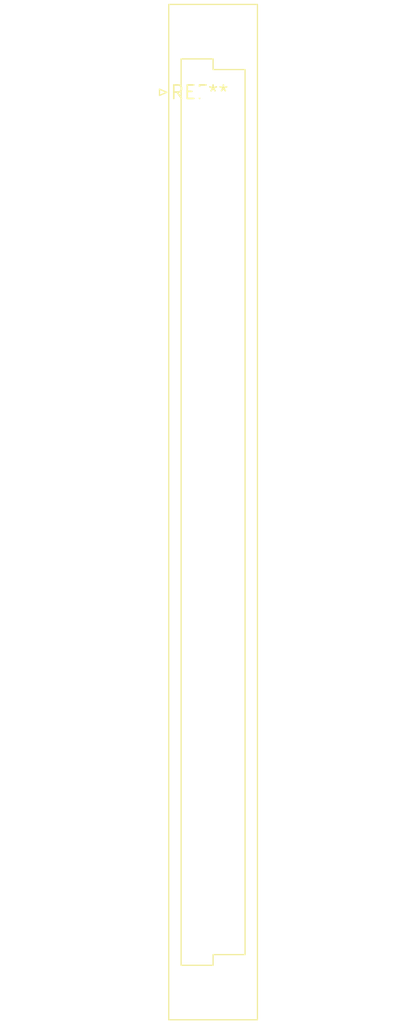
<source format=kicad_pcb>
(kicad_pcb (version 20240108) (generator pcbnew)
  (layers (0 "F.Cu" signal) (31 "B.Cu" signal) (34 "B.Paste" user) (35 "F.Paste" user) (36 "B.SilkS" user "B.Silkscreen") (37 "F.SilkS" user "F.Silkscreen") (38 "B.Mask" user) (39 "F.Mask" user) (44 "Edge.Cuts" user))
  (net 0 "")
  (footprint "DIN41612_B_1x32_Female_Vertical_THT" (layer "F.Cu") (at 0 0)
    (property "Reference" "REF**")
    (property "Value" "DIN41612_B_1x32_Female_Vertical_THT")
    (fp_line (start -3.76 -0.3) (end -3.76 0.3) (layer "F.SilkS") (stroke (width 0.12)))
    (fp_line (start -3.76 0.3) (end -3.08 0) (layer "F.SilkS") (stroke (width 0.12)))
    (fp_line (start -3.08 0) (end -3.76 -0.3) (layer "F.SilkS") (stroke (width 0.12)))
    (fp_line (start -2.89 -8.24) (end 5.43 -8.24) (layer "F.SilkS") (stroke (width 0.12)))
    (fp_line (start -2.89 86.98) (end -2.89 -8.24) (layer "F.SilkS") (stroke (width 0.12)))
    (fp_line (start -1.73 -3.131) (end 1.27 -3.131) (layer "F.SilkS") (stroke (width 0.12)))
    (fp_line (start -1.73 81.87) (end -1.73 -3.131) (layer "F.SilkS") (stroke (width 0.12)))
    (fp_line (start 1.27 -3.131) (end 1.27 -2.131) (layer "F.SilkS") (stroke (width 0.12)))
    (fp_line (start 1.27 -2.131) (end 4.27 -2.131) (layer "F.SilkS") (stroke (width 0.12)))
    (fp_line (start 1.27 80.87) (end 1.27 81.87) (layer "F.SilkS") (stroke (width 0.12)))
    (fp_line (start 1.27 81.87) (end -1.73 81.87) (layer "F.SilkS") (stroke (width 0.12)))
    (fp_line (start 4.27 -2.131) (end 4.27 80.87) (layer "F.SilkS") (stroke (width 0.12)))
    (fp_line (start 4.27 80.87) (end 1.27 80.87) (layer "F.SilkS") (stroke (width 0.12)))
    (fp_line (start 5.43 -8.24) (end 5.43 86.98) (layer "F.SilkS") (stroke (width 0.12)))
    (fp_line (start 5.43 86.98) (end -2.89 86.98) (layer "F.SilkS") (stroke (width 0.12)))
    (pad "" np_thru_hole circle (at 2.24 -5.63) (size 2.85 2.85) (drill 2.85) (layers *.Cu *.Mask))
    (pad "" np_thru_hole circle (at 2.24 84.37) (size 2.85 2.85) (drill 2.85) (layers *.Cu *.Mask))
    (pad "a1" thru_hole roundrect (at 0 0) (size 1.55 1.55) (drill 1) (layers *.Cu *.Mask) (remove_unused_layers) (roundrect_rratio 0.16129))
    (pad "a2" thru_hole circle (at 0 2.54) (size 1.55 1.55) (drill 1) (layers *.Cu *.Mask) (remove_unused_layers))
    (pad "a3" thru_hole circle (at 0 5.08) (size 1.55 1.55) (drill 1) (layers *.Cu *.Mask) (remove_unused_layers))
    (pad "a4" thru_hole circle (at 0 7.62) (size 1.55 1.55) (drill 1) (layers *.Cu *.Mask) (remove_unused_layers))
    (pad "a5" thru_hole circle (at 0 10.16) (size 1.55 1.55) (drill 1) (layers *.Cu *.Mask) (remove_unused_layers))
    (pad "a6" thru_hole circle (at 0 12.7) (size 1.55 1.55) (drill 1) (layers *.Cu *.Mask) (remove_unused_layers))
    (pad "a7" thru_hole circle (at 0 15.24) (size 1.55 1.55) (drill 1) (layers *.Cu *.Mask) (remove_unused_layers))
    (pad "a8" thru_hole circle (at 0 17.78) (size 1.55 1.55) (drill 1) (layers *.Cu *.Mask) (remove_unused_layers))
    (pad "a9" thru_hole circle (at 0 20.32) (size 1.55 1.55) (drill 1) (layers *.Cu *.Mask) (remove_unused_layers))
    (pad "a10" thru_hole circle (at 0 22.86) (size 1.55 1.55) (drill 1) (layers *.Cu *.Mask) (remove_unused_layers))
    (pad "a11" thru_hole circle (at 0 25.4) (size 1.55 1.55) (drill 1) (layers *.Cu *.Mask) (remove_unused_layers))
    (pad "a12" thru_hole circle (at 0 27.94) (size 1.55 1.55) (drill 1) (layers *.Cu *.Mask) (remove_unused_layers))
    (pad "a13" thru_hole circle (at 0 30.48) (size 1.55 1.55) (drill 1) (layers *.Cu *.Mask) (remove_unused_layers))
    (pad "a14" thru_hole circle (at 0 33.02) (size 1.55 1.55) (drill 1) (layers *.Cu *.Mask) (remove_unused_layers))
    (pad "a15" thru_hole circle (at 0 35.56) (size 1.55 1.55) (drill 1) (layers *.Cu *.Mask) (remove_unused_layers))
    (pad "a16" thru_hole circle (at 0 38.1) (size 1.55 1.55) (drill 1) (layers *.Cu *.Mask) (remove_unused_layers))
    (pad "a17" thru_hole circle (at 0 40.64) (size 1.55 1.55) (drill 1) (layers *.Cu *.Mask) (remove_unused_layers))
    (pad "a18" thru_hole circle (at 0 43.18) (size 1.55 1.55) (drill 1) (layers *.Cu *.Mask) (remove_unused_layers))
    (pad "a19" thru_hole circle (at 0 45.72) (size 1.55 1.55) (drill 1) (layers *.Cu *.Mask) (remove_unused_layers))
    (pad "a20" thru_hole circle (at 0 48.26) (size 1.55 1.55) (drill 1) (layers *.Cu *.Mask) (remove_unused_layers))
    (pad "a21" thru_hole circle (at 0 50.8) (size 1.55 1.55) (drill 1) (layers *.Cu *.Mask) (remove_unused_layers))
    (pad "a22" thru_hole circle (at 0 53.34) (size 1.55 1.55) (drill 1) (layers *.Cu *.Mask) (remove_unused_layers))
    (pad "a23" thru_hole circle (at 0 55.88) (size 1.55 1.55) (drill 1) (layers *.Cu *.Mask) (remove_unused_layers))
    (pad "a24" thru_hole circle (at 0 58.42) (size 1.55 1.55) (drill 1) (layers *.Cu *.Mask) (remove_unused_layers))
    (pad "a25" thru_hole circle (at 0 60.96) (size 1.55 1.55) (drill 1) (layers *.Cu *.Mask) (remove_unused_layers))
    (pad "a26" thru_hole circle (at 0 63.5) (size 1.55 1.55) (drill 1) (layers *.Cu *.Mask) (remove_unused_layers))
    (pad "a27" thru_hole circle (at 0 66.04) (size 1.55 1.55) (drill 1) (layers *.Cu *.Mask) (remove_unused_layers))
    (pad "a28" thru_hole circle (at 0 68.58) (size 1.55 1.55) (drill 1) (layers *.Cu *.Mask) (remove_unused_layers))
    (pad "a29" thru_hole circle (at 0 71.12) (size 1.55 1.55) (drill 1) (layers *.Cu *.Mask) (remove_unused_layers))
    (pad "a30" thru_hole circle (at 0 73.66) (size 1.55 1.55) (drill 1) (layers *.Cu *.Mask) (remove_unused_layers))
    (pad "a31" thru_hole circle (at 0 76.2) (size 1.55 1.55) (drill 1) (layers *.Cu *.Mask) (remove_unused_layers))
    (pad "a32" thru_hole circle (at 0 78.74) (size 1.55 1.55) (drill 1) (layers *.Cu *.Mask) (remove_unused_layers))
  )
)
</source>
